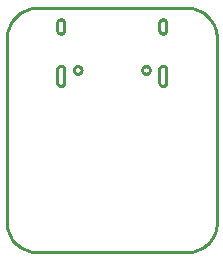
<source format=gbr>
G04 EAGLE Gerber RS-274X export*
G75*
%MOMM*%
%FSLAX34Y34*%
%LPD*%
%IN*%
%IPPOS*%
%AMOC8*
5,1,8,0,0,1.08239X$1,22.5*%
G01*
%ADD10C,0.254000*%


D10*
X0Y25400D02*
X97Y23186D01*
X386Y20989D01*
X865Y18826D01*
X1532Y16713D01*
X2380Y14666D01*
X3403Y12700D01*
X4594Y10831D01*
X5942Y9073D01*
X7440Y7440D01*
X9073Y5942D01*
X10831Y4594D01*
X12700Y3403D01*
X14666Y2380D01*
X16713Y1532D01*
X18826Y865D01*
X20989Y386D01*
X23186Y97D01*
X25400Y0D01*
X152400Y0D01*
X154614Y97D01*
X156811Y386D01*
X158974Y865D01*
X161087Y1532D01*
X163135Y2380D01*
X165100Y3403D01*
X166969Y4594D01*
X168727Y5942D01*
X170361Y7440D01*
X171858Y9073D01*
X173206Y10831D01*
X174397Y12700D01*
X175420Y14666D01*
X176268Y16713D01*
X176935Y18826D01*
X177414Y20989D01*
X177703Y23186D01*
X177800Y25400D01*
X177800Y181610D01*
X177703Y183824D01*
X177414Y186021D01*
X176935Y188184D01*
X176268Y190297D01*
X175420Y192345D01*
X174397Y194310D01*
X173206Y196179D01*
X171858Y197937D01*
X170361Y199571D01*
X168727Y201068D01*
X166969Y202416D01*
X165100Y203607D01*
X163135Y204630D01*
X161087Y205478D01*
X158974Y206145D01*
X156811Y206624D01*
X154614Y206913D01*
X152400Y207010D01*
X25400Y207010D01*
X23186Y206913D01*
X20989Y206624D01*
X18826Y206145D01*
X16713Y205478D01*
X14666Y204630D01*
X12700Y203607D01*
X10831Y202416D01*
X9073Y201068D01*
X7440Y199571D01*
X5942Y197937D01*
X4594Y196179D01*
X3403Y194310D01*
X2380Y192345D01*
X1532Y190297D01*
X865Y188184D01*
X386Y186021D01*
X97Y183824D01*
X0Y181610D01*
X0Y25400D01*
X129100Y143870D02*
X129111Y143609D01*
X129146Y143349D01*
X129202Y143094D01*
X129281Y142844D01*
X129381Y142602D01*
X129502Y142370D01*
X129643Y142149D01*
X129802Y141942D01*
X129979Y141749D01*
X130172Y141572D01*
X130379Y141413D01*
X130600Y141272D01*
X130832Y141151D01*
X131074Y141051D01*
X131324Y140972D01*
X131579Y140916D01*
X131839Y140881D01*
X132100Y140870D01*
X132361Y140881D01*
X132621Y140916D01*
X132876Y140972D01*
X133126Y141051D01*
X133368Y141151D01*
X133600Y141272D01*
X133821Y141413D01*
X134028Y141572D01*
X134221Y141749D01*
X134398Y141942D01*
X134557Y142149D01*
X134698Y142370D01*
X134819Y142602D01*
X134919Y142844D01*
X134998Y143094D01*
X135054Y143349D01*
X135089Y143609D01*
X135100Y143870D01*
X135100Y154870D01*
X135089Y155131D01*
X135054Y155391D01*
X134998Y155646D01*
X134919Y155896D01*
X134819Y156138D01*
X134698Y156370D01*
X134557Y156591D01*
X134398Y156798D01*
X134221Y156991D01*
X134028Y157168D01*
X133821Y157327D01*
X133600Y157468D01*
X133368Y157589D01*
X133126Y157689D01*
X132876Y157768D01*
X132621Y157824D01*
X132361Y157859D01*
X132100Y157870D01*
X131839Y157859D01*
X131579Y157824D01*
X131324Y157768D01*
X131074Y157689D01*
X130832Y157589D01*
X130600Y157468D01*
X130379Y157327D01*
X130172Y157168D01*
X129979Y156991D01*
X129802Y156798D01*
X129643Y156591D01*
X129502Y156370D01*
X129381Y156138D01*
X129281Y155896D01*
X129202Y155646D01*
X129146Y155391D01*
X129111Y155131D01*
X129100Y154870D01*
X129100Y143870D01*
X42700Y143870D02*
X42711Y143609D01*
X42746Y143349D01*
X42802Y143094D01*
X42881Y142844D01*
X42981Y142602D01*
X43102Y142370D01*
X43243Y142149D01*
X43402Y141942D01*
X43579Y141749D01*
X43772Y141572D01*
X43979Y141413D01*
X44200Y141272D01*
X44432Y141151D01*
X44674Y141051D01*
X44924Y140972D01*
X45179Y140916D01*
X45439Y140881D01*
X45700Y140870D01*
X45961Y140881D01*
X46221Y140916D01*
X46476Y140972D01*
X46726Y141051D01*
X46968Y141151D01*
X47200Y141272D01*
X47421Y141413D01*
X47628Y141572D01*
X47821Y141749D01*
X47998Y141942D01*
X48157Y142149D01*
X48298Y142370D01*
X48419Y142602D01*
X48519Y142844D01*
X48598Y143094D01*
X48654Y143349D01*
X48689Y143609D01*
X48700Y143870D01*
X48700Y154870D01*
X48689Y155131D01*
X48654Y155391D01*
X48598Y155646D01*
X48519Y155896D01*
X48419Y156138D01*
X48298Y156370D01*
X48157Y156591D01*
X47998Y156798D01*
X47821Y156991D01*
X47628Y157168D01*
X47421Y157327D01*
X47200Y157468D01*
X46968Y157589D01*
X46726Y157689D01*
X46476Y157768D01*
X46221Y157824D01*
X45961Y157859D01*
X45700Y157870D01*
X45439Y157859D01*
X45179Y157824D01*
X44924Y157768D01*
X44674Y157689D01*
X44432Y157589D01*
X44200Y157468D01*
X43979Y157327D01*
X43772Y157168D01*
X43579Y156991D01*
X43402Y156798D01*
X43243Y156591D01*
X43102Y156370D01*
X42981Y156138D01*
X42881Y155896D01*
X42802Y155646D01*
X42746Y155391D01*
X42711Y155131D01*
X42700Y154870D01*
X42700Y143870D01*
X42700Y188170D02*
X42711Y187909D01*
X42746Y187649D01*
X42802Y187394D01*
X42881Y187144D01*
X42981Y186902D01*
X43102Y186670D01*
X43243Y186449D01*
X43402Y186242D01*
X43579Y186049D01*
X43772Y185872D01*
X43979Y185713D01*
X44200Y185572D01*
X44432Y185451D01*
X44674Y185351D01*
X44924Y185272D01*
X45179Y185216D01*
X45439Y185181D01*
X45700Y185170D01*
X45961Y185181D01*
X46221Y185216D01*
X46476Y185272D01*
X46726Y185351D01*
X46968Y185451D01*
X47200Y185572D01*
X47421Y185713D01*
X47628Y185872D01*
X47821Y186049D01*
X47998Y186242D01*
X48157Y186449D01*
X48298Y186670D01*
X48419Y186902D01*
X48519Y187144D01*
X48598Y187394D01*
X48654Y187649D01*
X48689Y187909D01*
X48700Y188170D01*
X48700Y194170D01*
X48689Y194431D01*
X48654Y194691D01*
X48598Y194946D01*
X48519Y195196D01*
X48419Y195438D01*
X48298Y195670D01*
X48157Y195891D01*
X47998Y196098D01*
X47821Y196291D01*
X47628Y196468D01*
X47421Y196627D01*
X47200Y196768D01*
X46968Y196889D01*
X46726Y196989D01*
X46476Y197068D01*
X46221Y197124D01*
X45961Y197159D01*
X45700Y197170D01*
X45439Y197159D01*
X45179Y197124D01*
X44924Y197068D01*
X44674Y196989D01*
X44432Y196889D01*
X44200Y196768D01*
X43979Y196627D01*
X43772Y196468D01*
X43579Y196291D01*
X43402Y196098D01*
X43243Y195891D01*
X43102Y195670D01*
X42981Y195438D01*
X42881Y195196D01*
X42802Y194946D01*
X42746Y194691D01*
X42711Y194431D01*
X42700Y194170D01*
X42700Y188170D01*
X129100Y188170D02*
X129111Y187909D01*
X129146Y187649D01*
X129202Y187394D01*
X129281Y187144D01*
X129381Y186902D01*
X129502Y186670D01*
X129643Y186449D01*
X129802Y186242D01*
X129979Y186049D01*
X130172Y185872D01*
X130379Y185713D01*
X130600Y185572D01*
X130832Y185451D01*
X131074Y185351D01*
X131324Y185272D01*
X131579Y185216D01*
X131839Y185181D01*
X132100Y185170D01*
X132361Y185181D01*
X132621Y185216D01*
X132876Y185272D01*
X133126Y185351D01*
X133368Y185451D01*
X133600Y185572D01*
X133821Y185713D01*
X134028Y185872D01*
X134221Y186049D01*
X134398Y186242D01*
X134557Y186449D01*
X134698Y186670D01*
X134819Y186902D01*
X134919Y187144D01*
X134998Y187394D01*
X135054Y187649D01*
X135089Y187909D01*
X135100Y188170D01*
X135100Y194170D01*
X135089Y194431D01*
X135054Y194691D01*
X134998Y194946D01*
X134919Y195196D01*
X134819Y195438D01*
X134698Y195670D01*
X134557Y195891D01*
X134398Y196098D01*
X134221Y196291D01*
X134028Y196468D01*
X133821Y196627D01*
X133600Y196768D01*
X133368Y196889D01*
X133126Y196989D01*
X132876Y197068D01*
X132621Y197124D01*
X132361Y197159D01*
X132100Y197170D01*
X131839Y197159D01*
X131579Y197124D01*
X131324Y197068D01*
X131074Y196989D01*
X130832Y196889D01*
X130600Y196768D01*
X130379Y196627D01*
X130172Y196468D01*
X129979Y196291D01*
X129802Y196098D01*
X129643Y195891D01*
X129502Y195670D01*
X129381Y195438D01*
X129281Y195196D01*
X129202Y194946D01*
X129146Y194691D01*
X129111Y194431D01*
X129100Y194170D01*
X129100Y188170D01*
X56750Y154583D02*
X56806Y155005D01*
X56916Y155417D01*
X57079Y155811D01*
X57292Y156179D01*
X57551Y156517D01*
X57853Y156819D01*
X58191Y157078D01*
X58559Y157291D01*
X58953Y157454D01*
X59365Y157564D01*
X59787Y157620D01*
X60213Y157620D01*
X60635Y157564D01*
X61047Y157454D01*
X61441Y157291D01*
X61809Y157078D01*
X62147Y156819D01*
X62449Y156517D01*
X62708Y156179D01*
X62921Y155811D01*
X63084Y155417D01*
X63194Y155005D01*
X63250Y154583D01*
X63250Y154157D01*
X63194Y153735D01*
X63084Y153323D01*
X62921Y152929D01*
X62708Y152561D01*
X62449Y152223D01*
X62147Y151921D01*
X61809Y151662D01*
X61441Y151449D01*
X61047Y151286D01*
X60635Y151176D01*
X60213Y151120D01*
X59787Y151120D01*
X59365Y151176D01*
X58953Y151286D01*
X58559Y151449D01*
X58191Y151662D01*
X57853Y151921D01*
X57551Y152223D01*
X57292Y152561D01*
X57079Y152929D01*
X56916Y153323D01*
X56806Y153735D01*
X56750Y154157D01*
X56750Y154583D01*
X114550Y154583D02*
X114606Y155005D01*
X114716Y155417D01*
X114879Y155811D01*
X115092Y156179D01*
X115351Y156517D01*
X115653Y156819D01*
X115991Y157078D01*
X116359Y157291D01*
X116753Y157454D01*
X117165Y157564D01*
X117587Y157620D01*
X118013Y157620D01*
X118435Y157564D01*
X118847Y157454D01*
X119241Y157291D01*
X119609Y157078D01*
X119947Y156819D01*
X120249Y156517D01*
X120508Y156179D01*
X120721Y155811D01*
X120884Y155417D01*
X120994Y155005D01*
X121050Y154583D01*
X121050Y154157D01*
X120994Y153735D01*
X120884Y153323D01*
X120721Y152929D01*
X120508Y152561D01*
X120249Y152223D01*
X119947Y151921D01*
X119609Y151662D01*
X119241Y151449D01*
X118847Y151286D01*
X118435Y151176D01*
X118013Y151120D01*
X117587Y151120D01*
X117165Y151176D01*
X116753Y151286D01*
X116359Y151449D01*
X115991Y151662D01*
X115653Y151921D01*
X115351Y152223D01*
X115092Y152561D01*
X114879Y152929D01*
X114716Y153323D01*
X114606Y153735D01*
X114550Y154157D01*
X114550Y154583D01*
M02*

</source>
